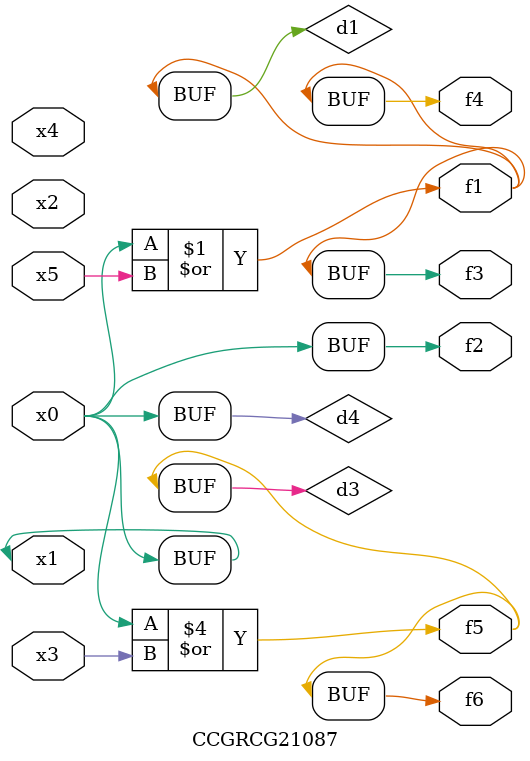
<source format=v>
module CCGRCG21087(
	input x0, x1, x2, x3, x4, x5,
	output f1, f2, f3, f4, f5, f6
);

	wire d1, d2, d3, d4;

	or (d1, x0, x5);
	xnor (d2, x1, x4);
	or (d3, x0, x3);
	buf (d4, x0, x1);
	assign f1 = d1;
	assign f2 = d4;
	assign f3 = d1;
	assign f4 = d1;
	assign f5 = d3;
	assign f6 = d3;
endmodule

</source>
